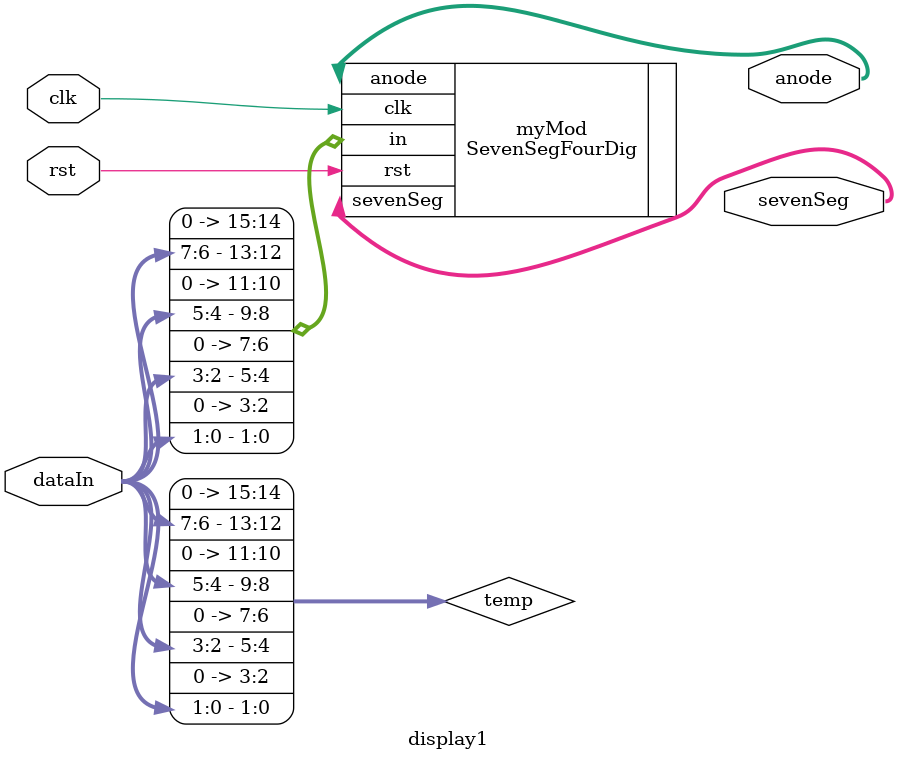
<source format=v>
`timescale 1ns / 1ps
module display1(clk, rst, dataIn, anode, sevenSeg);
	input clk, rst;
	input [7:0] dataIn;
	output [3:0] anode;
	output [7:0] sevenSeg;
	reg [15:0] temp;

	SevenSegFourDig myMod(.clk(clk), .rst(rst), .in(temp), .sevenSeg(sevenSeg), .anode(anode));
	
	always @(*) begin
		temp [3:0] = {2'b00,dataIn[1:0]};
		temp [7:4] = {2'b00,dataIn[3:2]};
		temp [11:8] = {2'b00,dataIn[5:4]};
		temp [15:12] = {2'b00,dataIn[7:6]};
	end

endmodule

</source>
